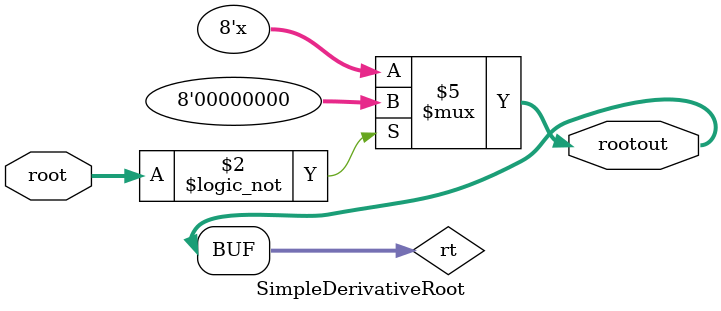
<source format=v>
`timescale 1ns / 1ps
module SimpleDerivativeRoot(  
    input [3:0]root,
    output [7:0] rootout
    );

	 reg [7:0] rt;

	
	always @(root)begin 
		
	
		rt [3:0] = root;
		
		
		if(root == 4'b0)begin
			rt = 8'b0000;
		end

		else begin 	
			rt = rt - 1;
		end
	end
	
	assign rootout [7:0] = rt;

	
	
endmodule

</source>
